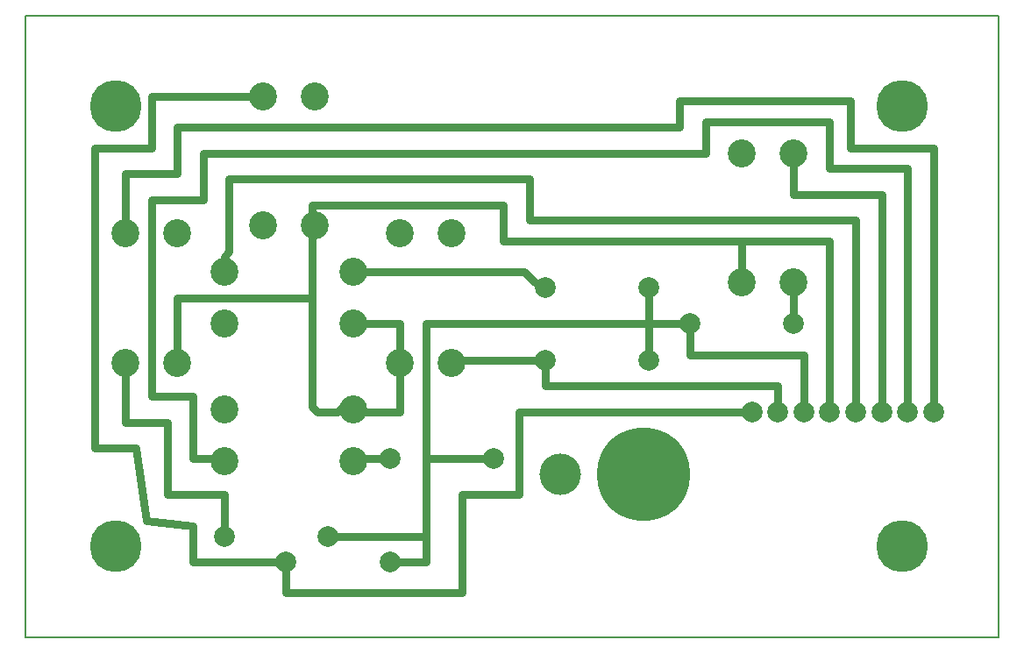
<source format=gbr>
%FSLAX32Y32*%
%MOMM*%
%LNKUPFERSEITE1*%
G71*
G01*
%ADD10C, 0.20*%
%ADD11C, 2.70*%
%ADD12C, 0.80*%
%ADD13C, 2.00*%
%ADD14C, 5.00*%
%ADD15C, 4.00*%
%ADD16C, 9.00*%
%LPD*%
G54D10*
X0Y0D02*
X9400Y0D01*
X9400Y6000D01*
X0Y6000D01*
X0Y0D01*
X2293Y5228D02*
G54D11*
D03*
X2793Y5228D02*
G54D11*
D03*
X2293Y3978D02*
G54D11*
D03*
X2793Y3978D02*
G54D11*
D03*
X1918Y3528D02*
G54D11*
D03*
X3168Y3528D02*
G54D11*
D03*
X3168Y3028D02*
G54D11*
D03*
X1918Y3028D02*
G54D11*
D03*
X1918Y2203D02*
G54D11*
D03*
X3168Y2203D02*
G54D11*
D03*
X1918Y1703D02*
G54D11*
D03*
X3168Y1703D02*
G54D11*
D03*
X1468Y3903D02*
G54D11*
D03*
X968Y3903D02*
G54D11*
D03*
X968Y2653D02*
G54D11*
D03*
X1468Y2653D02*
G54D11*
D03*
X3618Y3903D02*
G54D11*
D03*
X4118Y3903D02*
G54D11*
D03*
X3618Y2653D02*
G54D11*
D03*
X4118Y2653D02*
G54D11*
D03*
X6918Y4678D02*
G54D11*
D03*
X7418Y4678D02*
G54D11*
D03*
X6918Y3428D02*
G54D11*
D03*
X7418Y3428D02*
G54D11*
D03*
G54D12*
X3268Y3028D02*
X3618Y3028D01*
X3618Y2778D01*
G54D12*
X3618Y2528D02*
X3618Y2178D01*
X3268Y2178D01*
G54D12*
X2768Y3878D02*
X2768Y2228D01*
X2818Y2178D01*
X3018Y2178D01*
X3068Y2228D01*
G54D12*
X1468Y2778D02*
X1468Y3278D01*
X2718Y3278D01*
G54D12*
X2768Y4078D02*
X2768Y4178D01*
X4618Y4178D01*
X4618Y3828D01*
X6918Y3828D01*
X6918Y3528D01*
X1918Y978D02*
G54D13*
D03*
X2918Y978D02*
G54D13*
D03*
X3518Y728D02*
G54D13*
D03*
X2518Y728D02*
G54D13*
D03*
X3518Y1728D02*
G54D13*
D03*
X4518Y1728D02*
G54D13*
D03*
X7018Y2178D02*
G54D13*
D03*
X7268Y2178D02*
G54D13*
D03*
X7518Y2178D02*
G54D13*
D03*
X7768Y2178D02*
G54D13*
D03*
X8018Y2178D02*
G54D13*
D03*
X8268Y2178D02*
G54D13*
D03*
X8518Y2178D02*
G54D13*
D03*
X8768Y2178D02*
G54D13*
D03*
X5018Y2678D02*
G54D13*
D03*
X6018Y2678D02*
G54D13*
D03*
X6018Y3378D02*
G54D13*
D03*
X5018Y3378D02*
G54D13*
D03*
X7418Y3028D02*
G54D13*
D03*
X6418Y3028D02*
G54D13*
D03*
G54D12*
X7418Y3328D02*
X7418Y3128D01*
G54D12*
X7768Y2278D02*
X7768Y3828D01*
X6918Y3828D01*
G54D12*
X8018Y2278D02*
X8018Y4028D01*
X4868Y4028D01*
X4868Y4428D01*
X1968Y4428D01*
X1968Y3728D01*
X1918Y3678D01*
G54D12*
X8268Y2278D02*
X8268Y4278D01*
X7418Y4278D01*
X7418Y4578D01*
G54D12*
X8518Y2278D02*
X8518Y4528D01*
X7768Y4528D01*
X7768Y4928D01*
X7768Y4978D01*
X6568Y4978D01*
X6568Y4728D01*
X6568Y4678D01*
X1768Y4678D01*
X1718Y4678D01*
X1718Y4228D01*
X1218Y4228D01*
X1218Y2328D01*
X1618Y2328D01*
X1618Y1728D01*
X1818Y1728D01*
G54D12*
X8768Y2278D02*
X8768Y4728D01*
X7968Y4728D01*
X7968Y5178D01*
X6368Y5178D01*
X6318Y5178D01*
X6318Y4928D01*
X1518Y4928D01*
X1468Y4928D01*
X1468Y4478D01*
X968Y4478D01*
X968Y4028D01*
G54D12*
X2168Y5228D02*
X1268Y5228D01*
X1218Y5228D01*
X1218Y4728D01*
G54D12*
X968Y2528D02*
X968Y2128D01*
X968Y2078D01*
X1368Y2078D01*
X1368Y1378D01*
X1868Y1378D01*
X1918Y1378D01*
X1918Y1078D01*
G54D12*
X1218Y4728D02*
X668Y4728D01*
X668Y1828D01*
X1068Y1828D01*
X1168Y1128D01*
X1618Y1078D01*
X1618Y728D01*
X2418Y728D01*
G54D12*
X3618Y728D02*
X3868Y728D01*
X3868Y3028D01*
X6318Y3028D01*
G54D12*
X6018Y2778D02*
X6018Y3278D01*
G54D12*
X3268Y3528D02*
X4818Y3528D01*
X4918Y3428D01*
G54D12*
X6418Y2928D02*
X6418Y2728D01*
X7518Y2728D01*
X7518Y2278D01*
G54D12*
X4318Y1728D02*
X3868Y1728D01*
G54D12*
X3318Y1728D02*
X3268Y1728D01*
G54D12*
X3018Y978D02*
X3868Y978D01*
G54D12*
X4218Y2678D02*
X4918Y2678D01*
G54D12*
X5018Y2578D02*
X5018Y2428D01*
X7268Y2428D01*
X7268Y2278D01*
G54D12*
X2518Y628D02*
X2518Y428D01*
X4218Y428D01*
X4218Y1378D01*
X4768Y1378D01*
X4768Y2178D01*
X6918Y2178D01*
X868Y5128D02*
G54D14*
D03*
X8468Y5128D02*
G54D14*
D03*
X868Y878D02*
G54D14*
D03*
X8468Y878D02*
G54D14*
D03*
G54D12*
X3318Y1728D02*
X3418Y1728D01*
G54D12*
X4318Y1728D02*
X4418Y1728D01*
X5168Y1578D02*
G54D15*
D03*
X5968Y1578D02*
G54D16*
D03*
M02*

</source>
